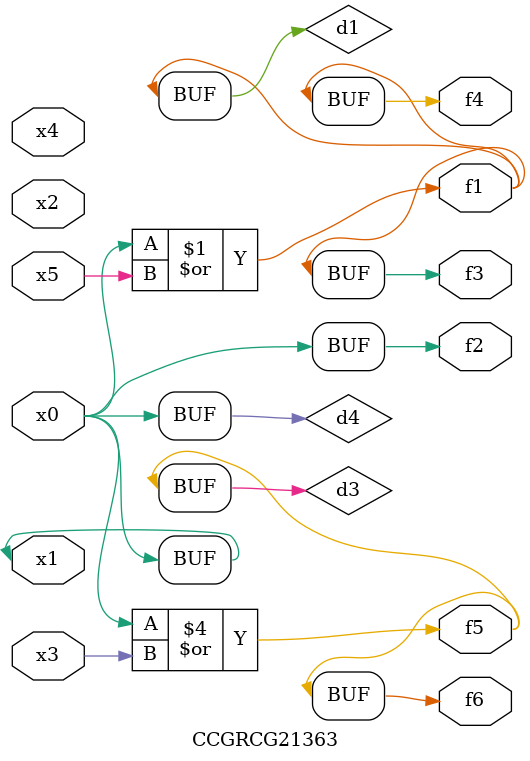
<source format=v>
module CCGRCG21363(
	input x0, x1, x2, x3, x4, x5,
	output f1, f2, f3, f4, f5, f6
);

	wire d1, d2, d3, d4;

	or (d1, x0, x5);
	xnor (d2, x1, x4);
	or (d3, x0, x3);
	buf (d4, x0, x1);
	assign f1 = d1;
	assign f2 = d4;
	assign f3 = d1;
	assign f4 = d1;
	assign f5 = d3;
	assign f6 = d3;
endmodule

</source>
